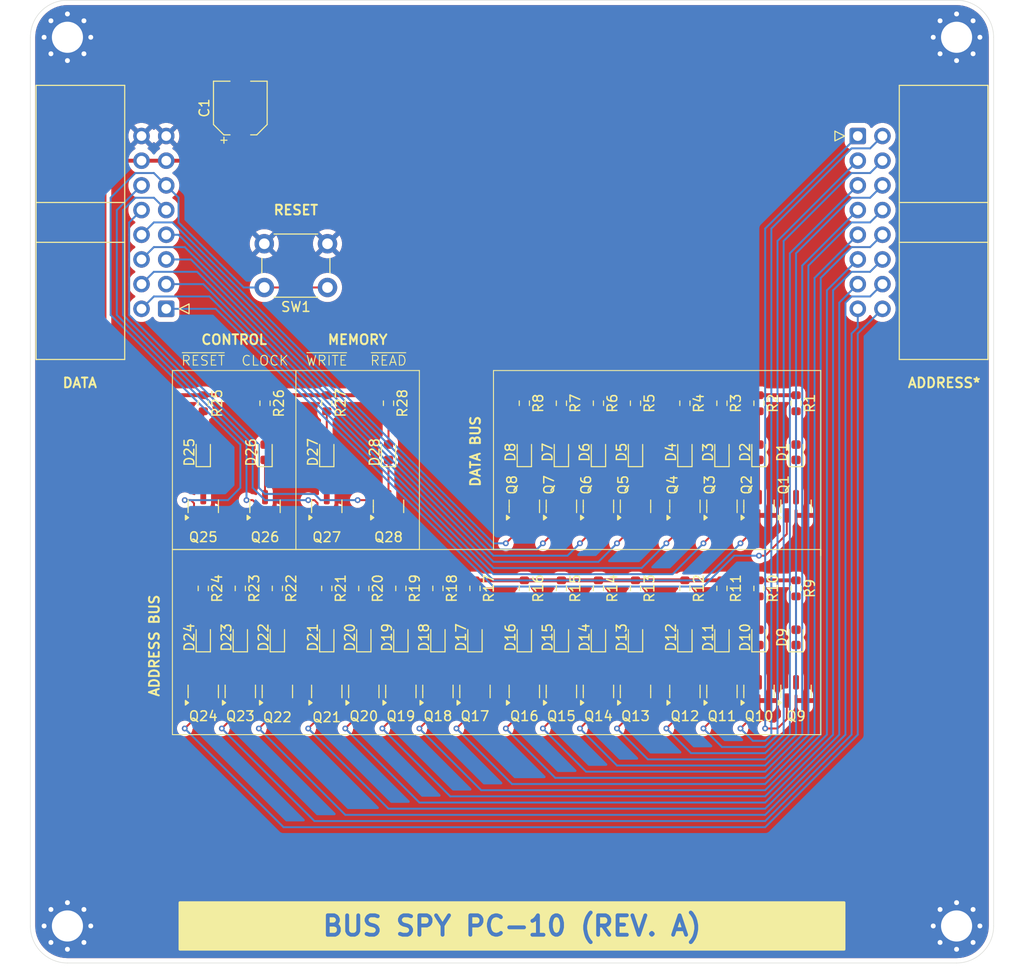
<source format=kicad_pcb>
(kicad_pcb (version 20241229) (generator "pcbnew") (generator_version "9.0")
  (title_block (title "Dual 8-Bit Register Unit") (date "2025-02-13") (rev "PC-01-A"))
  (layers (0 "F.Cu" signal) (2 "B.Cu" signal) (13 "F.Paste" user) (15 "B.Paste" user) (5 "F.SilkS" user "F.Silkscreen") (7 "B.SilkS" user "B.Silkscreen") (1 "F.Mask" user) (3 "B.Mask" user) (25 "Edge.Cuts" user))
  (net 0 "")
  (net 1 "/adr12")
  (net 2 "/adr8")
  (net 3 "/adr14")
  (net 4 "/adr13")
  (net 5 "/adr6")
  (net 6 "/adr1")
  (net 7 "/adr4")
  (net 8 "/adr10")
  (net 9 "/adr7")
  (net 10 "/adr15")
  (net 11 "/adr3")
  (net 12 "/adr5")
  (net 13 "/adr9")
  (net 14 "/adr11")
  (net 15 "/adr2")
  (net 16 "/adr0")
  (net 17 "/data3")
  (net 18 "GND")
  (net 19 "/data2")
  (net 20 "/clock")
  (net 21 "/data6")
  (net 22 "/data5")
  (net 23 "/data7")
  (net 24 "/~{mem_read}")
  (net 25 "VCC")
  (net 26 "/data4")
  (net 27 "/data0")
  (net 28 "Net-(D1-K)")
  (net 29 "/data1")
  (net 30 "/~{reset}")
  (net 31 "Net-(D1-A)")
  (net 32 "Net-(D2-A)")
  (net 33 "Net-(D2-K)")
  (net 34 "Net-(D3-A)")
  (net 35 "Net-(D3-K)")
  (net 36 "Net-(D4-A)")
  (net 37 "Net-(D4-K)")
  (net 38 "Net-(D5-K)")
  (net 39 "Net-(D5-A)")
  (net 40 "Net-(D6-A)")
  (net 41 "Net-(D6-K)")
  (net 42 "Net-(D7-K)")
  (net 43 "Net-(D7-A)")
  (net 44 "Net-(D8-K)")
  (net 45 "Net-(D8-A)")
  (net 46 "/~{mem_write}")
  (net 47 "Net-(D9-K)")
  (net 48 "Net-(D9-A)")
  (net 49 "Net-(D10-A)")
  (net 50 "Net-(D10-K)")
  (net 51 "Net-(D11-A)")
  (net 52 "Net-(D11-K)")
  (net 53 "Net-(D12-K)")
  (net 54 "Net-(D12-A)")
  (net 55 "Net-(D13-A)")
  (net 56 "Net-(D13-K)")
  (net 57 "Net-(D14-A)")
  (net 58 "Net-(D14-K)")
  (net 59 "Net-(D15-K)")
  (net 60 "Net-(D15-A)")
  (net 61 "Net-(D16-K)")
  (net 62 "Net-(D16-A)")
  (net 63 "Net-(D17-A)")
  (net 64 "Net-(D17-K)")
  (net 65 "Net-(D18-A)")
  (net 66 "Net-(D18-K)")
  (net 67 "Net-(D19-K)")
  (net 68 "Net-(D19-A)")
  (net 69 "Net-(D20-A)")
  (net 70 "Net-(D20-K)")
  (net 71 "Net-(D21-A)")
  (net 72 "Net-(D21-K)")
  (net 73 "Net-(D22-K)")
  (net 74 "Net-(D22-A)")
  (net 75 "Net-(D23-K)")
  (net 76 "Net-(D23-A)")
  (net 77 "Net-(D24-A)")
  (net 78 "Net-(D24-K)")
  (net 79 "Net-(D25-K)")
  (net 80 "Net-(D25-A)")
  (net 81 "Net-(D26-A)")
  (net 82 "Net-(D26-K)")
  (net 83 "Net-(D27-A)")
  (net 84 "Net-(D27-K)")
  (net 85 "Net-(D28-K)")
  (net 86 "Net-(D28-A)")
  (footprint "Package_TO_SOT_SMD:SOT-23" (layer "F.Cu") (at 62.23 93.98 90)
    (property "Reference" "Q23")
    (property "Value" "2N7002")
  )
  (footprint "Resistor_SMD:R_0603_1608Metric" (layer "F.Cu") (at 115.57 83.375 -90)
    (property "Reference" "R10")
    (property "Value" "R")
  )
  (footprint "Package_TO_SOT_SMD:SOT-23" (layer "F.Cu") (at 64.77 74.93 90)
    (property "Reference" "Q26")
    (property "Value" "2N7002")
  )
  (footprint "Button_Switch_THT:SW_PUSH_6mm" (layer "F.Cu") (at 71.195 52.415 180)
    (property "Reference" "SW1")
    (property "Value" "SW_Push")
  )
  (footprint "Package_TO_SOT_SMD:SOT-23" (layer "F.Cu") (at 74.93 93.98 90)
    (property "Reference" "Q20")
    (property "Value" "2N7002")
  )
  (footprint "Resistor_SMD:R_0603_1608Metric" (layer "F.Cu") (at 82.55 83.375 -90)
    (property "Reference" "R18")
    (property "Value" "R")
  )
  (footprint "Resistor_SMD:R_0603_1608Metric" (layer "F.Cu") (at 111.76 83.375 -90)
    (property "Reference" "R11")
    (property "Value" "R")
  )
  (footprint "Capacitor_SMD:CP_Elec_5x5.3" (layer "F.Cu") (at 62.23 33.95 90)
    (property "Reference" "C1")
    (property "Value" "C_Polarized")
  )
  (footprint "Connector_IDC:IDC-Header_2x08_P2.54mm_Horizontal" (layer "F.Cu") (at 54.61 54.61 180)
    (property "Reference" "DATA_BUS1" (hide yes))
    (property "Value" "Conn_01x16")
  )
  (footprint "LED_SMD:LED_0603_1608Metric" (layer "F.Cu") (at 71.12 69.3675 90)
    (property "Reference" "D27")
    (property "Value" "LED")
  )
  (footprint "LED_SMD:LED_0603_1608Metric" (layer "F.Cu") (at 77.47 69.3675 90)
    (property "Reference" "D28")
    (property "Value" "LED")
  )
  (footprint "LED_SMD:LED_0603_1608Metric" (layer "F.Cu") (at 119.38 88.4175 90)
    (property "Reference" "D9")
    (property "Value" "LED")
  )
  (footprint "LED_SMD:LED_0603_1608Metric" (layer "F.Cu") (at 102.87 69.3675 90)
    (property "Reference" "D5")
    (property "Value" "LED")
  )
  (footprint "Package_TO_SOT_SMD:SOT-23" (layer "F.Cu") (at 78.74 93.98 90)
    (property "Reference" "Q19")
    (property "Value" "2N7002")
  )
  (footprint "Resistor_SMD:R_0603_1608Metric" (layer "F.Cu") (at 119.38 83.375 -90)
    (property "Reference" "R9")
    (property "Value" "R")
  )
  (footprint "Package_TO_SOT_SMD:SOT-23" (layer "F.Cu") (at 115.57 74.93 90)
    (property "Reference" "Q2")
    (property "Value" "2N7002")
  )
  (footprint "Package_TO_SOT_SMD:SOT-23" (layer "F.Cu") (at 119.38 74.93 90)
    (property "Reference" "Q1")
    (property "Value" "2N7002")
  )
  (footprint "Resistor_SMD:R_0603_1608Metric" (layer "F.Cu") (at 91.44 64.325 -90)
    (property "Reference" "R8")
    (property "Value" "R")
  )
  (footprint "Resistor_SMD:R_0603_1608Metric" (layer "F.Cu") (at 78.74 83.375 -90)
    (property "Reference" "R19")
    (property "Value" "R")
  )
  (footprint "LED_SMD:LED_0603_1608Metric" (layer "F.Cu") (at 111.76 69.3675 90)
    (property "Reference" "D3")
    (property "Value" "LED")
  )
  (footprint "Resistor_SMD:R_0603_1608Metric" (layer "F.Cu") (at 107.95 64.325 -90)
    (property "Reference" "R4")
    (property "Value" "R")
  )
  (footprint "Package_TO_SOT_SMD:SOT-23" (layer "F.Cu") (at 95.25 74.93 90)
    (property "Reference" "Q7")
    (property "Value" "2N7002")
  )
  (footprint "Package_TO_SOT_SMD:SOT-23" (layer "F.Cu") (at 102.87 93.98 90)
    (property "Reference" "Q13")
    (property "Value" "2N7002")
  )
  (footprint "Resistor_SMD:R_0603_1608Metric" (layer "F.Cu") (at 71.12 83.375 -90)
    (property "Reference" "R21")
    (property "Value" "R")
  )
  (footprint "Resistor_SMD:R_0603_1608Metric" (layer "F.Cu") (at 64.77 64.325 -90)
    (property "Reference" "R26")
    (property "Value" "R")
  )
  (footprint "Package_TO_SOT_SMD:SOT-23" (layer "F.Cu") (at 71.12 74.93 90)
    (property "Reference" "Q27")
    (property "Value" "2N7002")
  )
  (footprint "LED_SMD:LED_0603_1608Metric" (layer "F.Cu") (at 107.95 69.3675 90)
    (property "Reference" "D4")
    (property "Value" "LED")
  )
  (footprint "Package_TO_SOT_SMD:SOT-23" (layer "F.Cu") (at 111.76 74.93 90)
    (property "Reference" "Q3")
    (property "Value" "2N7002")
  )
  (footprint "LED_SMD:LED_0603_1608Metric" (layer "F.Cu") (at 71.12 88.4175 90)
    (property "Reference" "D21")
    (property "Value" "LED")
  )
  (footprint "LED_SMD:LED_0603_1608Metric" (layer "F.Cu") (at 99.06 69.3675 90)
    (property "Reference" "D6")
    (property "Value" "LED")
  )
  (footprint "Resistor_SMD:R_0603_1608Metric" (layer "F.Cu") (at 99.06 83.375 -90)
    (property "Reference" "R14")
    (property "Value" "R")
  )
  (footprint "LED_SMD:LED_0603_1608Metric" (layer "F.Cu") (at 91.44 69.3675 90)
    (property "Reference" "D8")
    (property "Value" "LED")
  )
  (footprint "LED_SMD:LED_0603_1608Metric" (layer "F.Cu") (at 95.25 69.3675 90)
    (property "Reference" "D7")
    (property "Value" "LED")
  )
  (footprint "Package_TO_SOT_SMD:SOT-23" (layer "F.Cu") (at 107.95 93.98 90)
    (property "Reference" "Q12")
    (property "Value" "2N7002")
  )
  (footprint "MountingHole:MountingHole_3.2mm_M3_Pad_Via" (layer "F.Cu") (at 135.89 118.11)
    (property "Reference" "H3" (hide yes))
    (property "Value" "MountingHole_Pad")
  )
  (footprint "Package_TO_SOT_SMD:SOT-23" (layer "F.Cu") (at 82.55 93.98 90)
    (property "Reference" "Q18")
    (property "Value" "2N7002")
  )
  (footprint "LED_SMD:LED_0603_1608Metric" (layer "F.Cu") (at 91.44 88.4175 90)
    (property "Reference" "D16")
    (property "Value" "LED")
  )
  (footprint "Resistor_SMD:R_0603_1608Metric" (layer "F.Cu") (at 115.57 64.325 -90)
    (property "Reference" "R2")
    (property "Value" "R")
  )
  (footprint "Package_TO_SOT_SMD:SOT-23" (layer "F.Cu") (at 66.04 93.98 90)
    (property "Reference" "Q22")
    (property "Value" "2N7002")
  )
  (footprint "LED_SMD:LED_0603_1608Metric" (layer "F.Cu") (at 74.93 88.4175 90)
    (property "Reference" "D20")
    (property "Value" "LED")
  )
  (footprint "Resistor_SMD:R_0603_1608Metric" (layer "F.Cu") (at 62.23 83.375 -90)
    (property "Reference" "R23")
    (property "Value" "R")
  )
  (footprint "Package_TO_SOT_SMD:SOT-23" (layer "F.Cu") (at 91.44 93.98 90)
    (property "Reference" "Q16")
    (property "Value" "2N7002")
  )
  (footprint "Package_TO_SOT_SMD:SOT-23" (layer "F.Cu") (at 107.95 74.93 90)
    (property "Reference" "Q4")
    (property "Value" "2N7002")
  )
  (footprint "Resistor_SMD:R_0603_1608Metric" (layer "F.Cu") (at 86.36 83.375 -90)
    (property "Reference" "R17")
    (property "Value" "R")
  )
  (footprint "Resistor_SMD:R_0603_1608Metric" (layer "F.Cu") (at 74.93 83.375 -90)
    (property "Reference" "R20")
    (property "Value" "R")
  )
  (footprint "Resistor_SMD:R_0603_1608Metric" (layer "F.Cu") (at 77.47 64.325 -90)
    (property "Reference" "R28")
    (property "Value" "R")
  )
  (footprint "LED_SMD:LED_0603_1608Metric" (layer "F.Cu") (at 62.23 88.4175 90)
    (property "Reference" "D23")
    (property "Value" "LED")
  )
  (footprint "LED_SMD:LED_0603_1608Metric" (layer "F.Cu") (at 102.87 88.4175 90)
    (property "Reference" "D13")
    (property "Value" "LED")
  )
  (footprint "LED_SMD:LED_0603_1608Metric" (layer "F.Cu") (at 78.74 88.4175 90)
    (property "Reference" "D19")
    (property "Value" "LED")
  )
  (footprint "Package_TO_SOT_SMD:SOT-23" (layer "F.Cu") (at 71.12 93.98 90)
    (property "Reference" "Q21")
    (property "Value" "2N7002")
  )
  (footprint "LED_SMD:LED_0603_1608Metric" (layer "F.Cu") (at 107.95 88.4175 90)
    (property "Reference" "D12")
    (property "Value" "LED")
  )
  (footprint "LED_SMD:LED_0603_1608Metric" (layer "F.Cu") (at 58.42 88.4175 90)
    (property "Reference" "D24")
    (property "Value" "LED")
  )
  (footprint "LED_SMD:LED_0603_1608Metric" (layer "F.Cu") (at 64.77 69.3675 90)
    (property "Reference" "D26")
    (property "Value" "LED")
  )
  (footprint "Package_TO_SOT_SMD:SOT-23" (layer "F.Cu") (at 77.47 74.93 90)
    (property "Reference" "Q28")
    (property "Value" "2N7002")
  )
  (footprint "LED_SMD:LED_0603_1608Metric" (layer "F.Cu") (at 99.06 88.4175 90)
    (property "Reference" "D14")
    (property "Value" "LED")
  )
  (footprint "LED_SMD:LED_0603_1608Metric" (layer "F.Cu") (at 58.42 69.3675 90)
    (property "Reference" "D25")
    (property "Value" "LED")
  )
  (footprint "Connector_IDC:IDC-Header_2x08_P2.54mm_Horizontal" (layer "F.Cu") (at 125.73 36.83)
    (property "Reference" "ADDRESS_BUS1" (hide yes))
    (property "Value" "Conn_01x16")
  )
  (footprint "LED_SMD:LED_0603_1608Metric" (layer "F.Cu") (at 111.76 88.4175 90)
    (property "Reference" "D11")
    (property "Value" "LED")
  )
  (footprint "LED_SMD:LED_0603_1608Metric" (layer "F.Cu") (at 119.38 69.3675 90)
    (property "Reference" "D1")
    (property "Value" "LED")
  )
  (footprint "Package_TO_SOT_SMD:SOT-23" (layer "F.Cu") (at 119.38 93.98 90)
    (property "Reference" "Q9")
    (property "Value" "2N7002")
  )
  (footprint "LED_SMD:LED_0603_1608Metric" (layer "F.Cu") (at 115.57 69.3675 90)
    (property "Reference" "D2")
    (property "Value" "LED")
  )
  (footprint "Package_TO_SOT_SMD:SOT-23" (layer "F.Cu") (at 58.42 93.98 90)
    (property "Reference" "Q24")
    (property "Value" "2N7002")
  )
  (footprint "MountingHole:MountingHole_3.2mm_M3_Pad_Via" (layer "F.Cu") (at 44.45 26.67)
    (property "Reference" "H1" (hide yes))
    (property "Value" "MountingHole_Pad")
  )
  (footprint "Resistor_SMD:R_0603_1608Metric" (layer "F.Cu") (at 91.44 83.375 -90)
    (property "Reference" "R16")
    (property "Value" "R")
  )
  (footprint "Resistor_SMD:R_0603_1608Metric" (layer "F.Cu") (at 107.95 83.375 -90)
    (property "Reference" "R12")
    (property "Value" "R")
  )
  (footprint "LED_SMD:LED_0603_1608Metric" (layer "F.Cu") (at 115.57 88.4175 90)
    (property "Reference" "D10")
    (property "Value" "LED")
  )
  (footprint "Resistor_SMD:R_0603_1608Metric" (layer "F.Cu") (at 102.87 83.375 -90)
    (property "Reference" "R13")
    (property "Value" "R")
  )
  (footprint "LED_SMD:LED_0603_1608Metric" (layer "F.Cu") (at 82.55 88.4175 90)
    (property "Reference" "D18")
    (property "Value" "LED")
  )
  (footprint "Resistor_SMD:R_0603_1608Metric" (layer "F.Cu") (at 95.25 64.325 -90)
    (property "Reference" "R7")
    (property "Value" "R")
  )
  (footprint "Package_TO_SOT_SMD:SOT-23" (layer "F.Cu") (at 102.87 74.93 90)
    (property "Reference" "Q5")
    (property "Value" "2N7002")
  )
  (footprint "LED_SMD:LED_0603_1608Metric" (layer "F.Cu") (at 86.36 88.4175 90)
    (property "Reference" "D17")
    (property "Value" "LED")
  )
  (footprint "Package_TO_SOT_SMD:SOT-23" (layer "F.Cu") (at 99.06 93.98 90)
    (property "Reference" "Q14")
    (property "Value" "2N7002")
  )
  (footprint "Resistor_SMD:R_0603_1608Metric" (layer "F.Cu") (at 58.42 83.375 -90)
    (property "Reference" "R24")
    (property "Value" "R")
  )
  (footprint "Resistor_SMD:R_0603_1608Metric" (layer "F.Cu") (at 58.42 64.325 -90)
    (property "Reference" "R25")
    (property "Value" "R")
  )
  (footprint "MountingHole:MountingHole_3.2mm_M3_Pad_Via" (layer "F.Cu") (at 135.89 26.67)
    (property "Reference" "H2" (hide yes))
    (property "Value" "MountingHole_Pad")
  )
  (footprint "Package_TO_SOT_SMD:SOT-23" (layer "F.Cu") (at 58.42 74.93 90)
    (property "Reference" "Q25")
    (property "Value" "2N7002")
  )
  (footprint "Package_TO_SOT_SMD:SOT-23" (layer "F.Cu") (at 111.76 93.98 90)
    (property "Reference" "Q11")
    (property "Value" "2N7002")
  )
  (footprint "Resistor_SMD:R_0603_1608Metric" (layer "F.Cu") (at 95.25 83.375 -90)
    (property "Reference" "R15")
    (property "Value" "R")
  )
  (footprint "Resistor_SMD:R_0603_1608Metric" (layer "F.Cu") (at 102.87 64.325 -90)
    (property "Reference" "R5")
    (property "Value" "R")
  )
  (footprint "Package_TO_SOT_SMD:SOT-23" (layer "F.Cu") (at 99.06 74.93 90)
    (property "Reference" "Q6")
    (property "Value" "2N7002")
  )
  (footprint "MountingHole:MountingHole_3.2mm_M3_Pad_Via" (layer "F.Cu") (at 44.45 118.11)
    (property "Reference" "H4" (hide yes))
    (property "Value" "MountingHole_Pad")
  )
  (footprint "LED_SMD:LED_0603_1608Metric" (layer "F.Cu") (at 66.04 88.4175 90)
    (property "Reference" "D22")
    (property "Value" "LED")
  )
  (footprint "Package_TO_SOT_SMD:SOT-23" (layer "F.Cu") (at 91.44 74.93 90)
    (property "Reference" "Q8")
    (property "Value" "2N7002")
  )
  (footprint "Resistor_SMD:R_0603_1608Metric" (layer "F.Cu") (at 99.06 64.325 -90)
    (property "Reference" "R6")
    (property "Value" "R")
  )
  (footprint "LED_SMD:LED_0603_1608Metric" (layer "F.Cu") (at 95.25 88.4175 90)
    (property "Reference" "D15")
    (property "Value" "LED")
  )
  (footprint "Resistor_SMD:R_0603_1608Metric" (layer "F.Cu") (at 111.76 64.325 -90)
    (property "Reference" "R3")
    (property "Value" "R")
  )
  (footprint "Resistor_SMD:R_0603_1608Metric" (layer "F.Cu") (at 119.38 64.325 -90)
    (property "Reference" "R1")
    (property "Value" "R")
  )
  (footprint "Package_TO_SOT_SMD:SOT-23" (layer "F.Cu") (at 95.25 93.98 90)
    (property "Reference" "Q15")
    (property "Value" "2N7002")
  )
  (footprint "Package_TO_SOT_SMD:SOT-23" (layer "F.Cu") (at 115.57 93.98 90)
    (property "Reference" "Q10")
    (property "Value" "2N7002")
  )
  (footprint "Resistor_SMD:R_0603_1608Metric" (layer "F.Cu") (at 66.04 83.375 -90)
    (property "Reference" "R22")
    (property "Value" "R")
  )
  (footprint "Resistor_SMD:R_0603_1608Metric" (layer "F.Cu") (at 71.12 64.325 -90)
    (property "Reference" "R27")
    (property "Value" "R")
  )
  (footprint "Package_TO_SOT_SMD:SOT-23" (layer "F.Cu") (at 86.36 93.98 90)
    (property "Reference" "Q17")
    (property "Value" "2N7002")
  )
  (gr_line (start 88.265 60.96) (end 88.265 79.375) (stroke (width 0.1)) (layer "F.SilkS"))
  (gr_line (start 80.645 60.96) (end 55.245 60.96) (stroke (width 0.1)) (layer "F.SilkS"))
  (gr_line (start 55.245 79.375) (end 55.245 60.96) (stroke (width 0.1)) (layer "F.SilkS"))
  (gr_line (start 67.945 79.375) (end 80.645 79.375) (stroke (width 0.1)) (layer "F.SilkS"))
  (gr_line (start 80.645 79.375) (end 80.645 60.96) (stroke (width 0.1)) (layer "F.SilkS"))
  (gr_line (start 67.945 60.96) (end 67.945 79.375) (stroke (width 0.1)) (layer "F.SilkS"))
  (gr_line (start 67.945 79.375) (end 55.245 79.375) (stroke (width 0.1)) (layer "F.SilkS"))
  (gr_line (start 121.92 60.96) (end 88.265 60.96) (stroke (width 0.1)) (layer "F.SilkS"))
  (gr_line (start 121.92 79.375) (end 55.245 79.375) (stroke (width 0.1)) (layer "F.SilkS"))
  (gr_line (start 55.245 98.425) (end 121.92 98.425) (stroke (width 0.1)) (layer "F.SilkS"))
  (gr_line (start 121.92 79.375) (end 121.92 98.425) (stroke (width 0.1)) (layer "F.SilkS"))
  (gr_line (start 55.245 79.375) (end 55.245 98.425) (stroke (width 0.1)) (layer "F.SilkS"))
  (gr_line (start 121.92 60.96) (end 121.92 80.01) (stroke (width 0.1)) (layer "F.SilkS"))
  (gr_line (start 139.7 26.67) (end 139.7 118.11) (stroke (width 0.05)) (layer "Edge.Cuts"))
  (gr_arc (start 135.89 22.86) (mid 138.584077 23.975923) (end 139.7 26.67) (stroke (width 0.05)) (layer "Edge.Cuts"))
  (gr_line (start 40.64 118.11) (end 40.64 26.67) (stroke (width 0.05)) (layer "Edge.Cuts"))
  (gr_line (start 44.45 22.86) (end 135.89 22.86) (stroke (width 0.05)) (layer "Edge.Cuts"))
  (gr_line (start 135.89 121.92) (end 44.45 121.92) (stroke (width 0.05)) (layer "Edge.Cuts"))
  (gr_arc (start 44.45 121.92) (mid 41.755923 120.804077) (end 40.64 118.11) (stroke (width 0.05)) (layer "Edge.Cuts"))
  (gr_arc (start 139.7 118.11) (mid 138.584077 120.804077) (end 135.89 121.92) (stroke (width 0.05)) (layer "Edge.Cuts"))
  (gr_arc (start 40.64 26.67) (mid 41.755923 23.975923) (end 44.45 22.86) (stroke (width 0.05)) (layer "Edge.Cuts"))
  (gr_text "DATA" (at 45.72 62.23 0) (layer "F.SilkS") (effects (font (size 1 1) (thickness 0.2) (bold yes))))
  (gr_text "~{RESET}" (at 58.42 59.944 0) (layer "F.SilkS") (effects (font (size 1 1) (thickness 0.1))))
  (gr_text "ADDRESS*" (at 134.62 62.23 0) (layer "F.SilkS") (effects (font (size 1 1) (thickness 0.2) (bold yes))))
  (gr_text "CONTROL" (at 61.595 57.785 0) (layer "F.SilkS") (effects (font (size 1 1) (thickness 0.2) (bold yes))))
  (gr_text "CLOCK" (at 64.77 59.944 0) (layer "F.SilkS") (effects (font (size 1 1) (thickness 0.1))))
  (gr_text "~{READ}" (at 77.47 59.944 0) (layer "F.SilkS") (effects (font (size 1 1) (thickness 0.1))))
  (gr_text "MEMORY" (at 74.295 57.785 0) (layer "F.SilkS") (effects (font (size 1 1) (thickness 0.2) (bold yes))))
  (gr_text "RESET" (at 67.945 44.45 0) (layer "F.SilkS") (effects (font (size 1 1) (thickness 0.2) (bold yes))))
  (gr_text "~{WRITE}" (at 71.12 59.944 0) (layer "F.SilkS") (effects (font (size 1 1) (thickness 0.1))))
  (gr_text "DATA BUS" (at 86.995 73.025 90) (layer "F.SilkS") (effects (font (size 1 1) (thickness 0.2) (bold yes)) (justify left bottom)))
  (gr_text "ADDRESS BUS" (at 53.975 94.615 90) (layer "F.SilkS") (effects (font (size 1 1) (thickness 0.2) (bold yes)) (justify left bottom)))
  (gr_text "BUS SPY PC-10 (REV. A)" (at 90.17 118.11 0) (layer "F.SilkS" knockout) (effects (font (size 2 2) (thickness 0.4) (bold yes))))
  (segment (start 69.215 97.79) (end 70.17 96.835) (width 0.2) (layer "F.Cu") (net 1))
  (segment (start 70.17 96.835) (end 70.17 94.9175) (width 0.2) (layer "F.Cu") (net 1))
  (via (at 69.215 97.79) (size 0.6) (drill 0.3) (layers "F.Cu" "B.Cu") (net 1))
  (segment (start 123.825 98.425) (end 123.825 53.975) (width 0.2) (layer "B.Cu") (net 1))
  (segment (start 69.215 97.79) (end 77.47 106.045) (width 0.2) (layer "B.Cu") (net 1))
  (segment (start 77.47 106.045) (end 116.205 106.045) (width 0.2) (layer "B.Cu") (net 1))
  (segment (start 116.205 106.045) (end 123.825 98.425) (width 0.2) (layer "B.Cu") (net 1))
  (segment (start 123.825 53.975) (end 125.73 52.07) (width 0.2) (layer "B.Cu") (net 1))
  (segment (start 84.455 97.79) (end 85.41 96.835) (width 0.2) (layer "F.Cu") (net 2))
  (segment (start 85.41 96.835) (end 85.41 94.9175) (width 0.2) (layer "F.Cu") (net 2))
  (via (at 84.455 97.79) (size 0.6) (drill 0.3) (layers "F.Cu" "B.Cu") (net 2))
  (segment (start 121.285 98.425) (end 121.285 51.435) (width 0.2) (layer "B.Cu") (net 2))
  (segment (start 116.205 103.505) (end 121.285 98.425) (width 0.2) (layer "B.Cu") (net 2))
  (segment (start 121.285 51.435) (end 125.73 46.99) (width 0.2) (layer "B.Cu") (net 2))
  (segment (start 84.455 97.79) (end 90.17 103.505) (width 0.2) (layer "B.Cu") (net 2))
  (segment (start 90.17 103.505) (end 116.205 103.505) (width 0.2) (layer "B.Cu") (net 2))
  (segment (start 61.28 96.835) (end 61.28 94.9175) (width 0.2) (layer "F.Cu") (net 3))
  (segment (start 60.325 97.79) (end 61.28 96.835) (width 0.2) (layer "F.Cu") (net 3))
  (via (at 60.325 97.79) (size 0.6) (drill 0.3) (layers "F.Cu" "B.Cu") (net 3))
  (segment (start 125.095 98.425) (end 116.205 107.315) (width 0.2) (layer "B.Cu") (net 3))
  (segment (start 125.73 56.515) (end 125.095 57.15) (width 0.2) (layer "B.Cu") (net 3))
  (segment (start 116.205 107.315) (end 69.85 107.315) (width 0.2) (layer "B.Cu") (net 3))
  (segment (start 69.85 107.315) (end 60.325 97.79) (width 0.2) (layer "B.Cu") (net 3))
  (segment (start 125.73 54.61) (end 125.73 56.515) (width 0.2) (layer "B.Cu") (net 3))
  (segment (start 125.095 57.15) (end 125.095 98.425) (width 0.2) (layer "B.Cu") (net 3))
  (segment (start 64.135 97.79) (end 65.09 96.835) (width 0.2) (layer "F.Cu") (net 4))
  (segment (start 65.09 96.835) (end 65.09 94.9175) (width 0.2) (layer "F.Cu") (net 4))
  (via (at 64.135 97.79) (size 0.6) (drill 0.3) (layers "F.Cu" "B.Cu") (net 4))
  (segment (start 127 53.34) (end 128.27 52.07) (width 0.2) (layer "B.Cu") (net 4))
  (segment (start 124.46 98.425) (end 124.46 53.975) (width 0.2) (layer "B.Cu") (net 4))
  (segment (start 124.46 53.975) (end 125.095 53.34) (width 0.2) (layer "B.Cu") (net 4))
  (segment (start 73.025 106.68) (end 116.205 106.68) (width 0.2) (layer "B.Cu") (net 4))
  (segment (start 64.135 97.79) (end 73.025 106.68) (width 0.2) (layer "B.Cu") (net 4))
  (segment (start 116.205 106.68) (end 124.46 98.425) (width 0.2) (layer "B.Cu") (net 4))
  (segment (start 125.095 53.34) (end 127 53.34) (width 0.2) (layer "B.Cu") (net 4))
  (segment (start 94.3 96.835) (end 94.3 94.9175) (width 0.2) (layer "F.Cu") (net 5))
  (segment (start 93.345 97.79) (end 94.3 96.835) (width 0.2) (layer "F.Cu") (net 5))
  (via (at 93.345 97.79) (size 0.6) (drill 0.3) (layers "F.Cu" "B.Cu") (net 5))
  (segment (start 116.205 102.235) (end 120.015 98.425) (width 0.2) (layer "B.Cu") (net 5))
  (segment (start 120.015 50.165) (end 125.73 44.45) (width 0.2) (layer "B.Cu") (net 5))
  (segment (start 93.345 97.79) (end 97.79 102.235) (width 0.2) (layer "B.Cu") (net 5))
  (segment (start 120.015 98.425) (end 120.015 50.165) (width 0.2) (layer "B.Cu") (net 5))
  (segment (start 97.79 102.235) (end 116.205 102.235) (width 0.2) (layer "B.Cu") (net 5))
  (segment (start 114.62 96.835) (end 114.62 94.9175) (width 0.2) (layer "F.Cu") (net 6))
  (segment (start 113.665 97.79) (end 114.62 96.835) (width 0.2) (layer "F.Cu") (net 6))
  (via (at 113.665 97.79) (size 0.6) (drill 0.3) (layers "F.Cu" "B.Cu") (net 6))
  (segment (start 116.84 46.355) (end 125.095 38.1) (width 0.2) (layer "B.Cu") (net 6))
  (segment (start 116.205 99.06) (end 114.935 99.06) (width 0.2) (layer "B.Cu") (net 6))
  (segment (start 127 38.1) (end 128.27 36.83) (width 0.2) (layer "B.Cu") (net 6))
  (segment (start 116.84 98.425) (end 116.205 99.06) (width 0.2) (layer "B.Cu") (net 6))
  (segment (start 116.84 98.425) (end 116.84 46.355) (width 0.2) (layer "B.Cu") (net 6))
  (segment (start 113.665 97.79) (end 114.935 99.06) (width 0.2) (layer "B.Cu") (net 6))
  (segment (start 125.095 38.1) (end 127 38.1) (width 0.2) (layer "B.Cu") (net 6))
  (segment (start 101.92 96.835) (end 101.92 94.9175) (width 0.2) (layer "F.Cu") (net 7))
  (segment (start 100.965 97.79) (end 101.92 96.835) (width 0.2) (layer "F.Cu") (net 7))
  (via (at 100.965 97.79) (size 0.6) (drill 0.3) (layers "F.Cu" "B.Cu") (net 7))
  (segment (start 116.205 100.965) (end 118.745 98.425) (width 0.2) (layer "B.Cu") (net 7))
  (segment (start 118.745 48.895) (end 125.73 41.91) (width 0.2) (layer "B.Cu") (net 7))
  (segment (start 104.14 100.965) (end 116.205 100.965) (width 0.2) (layer "B.Cu") (net 7))
  (segment (start 100.965 97.79) (end 104.14 100.965) (width 0.2) (layer "B.Cu") (net 7))
  (segment (start 118.745 98.425) (end 118.745 48.895) (width 0.2) (layer "B.Cu") (net 7))
  (segment (start 76.835 97.79) (end 77.79 96.835) (width 0.2) (layer "F.Cu") (net 8))
  (segment (start 77.79 96.835) (end 77.79 94.9175) (width 0.2) (layer "F.Cu") (net 8))
  (via (at 76.835 97.79) (size 0.6) (drill 0.3) (layers "F.Cu" "B.Cu") (net 8))
  (segment (start 122.555 98.425) (end 116.205 104.775) (width 0.2) (layer "B.Cu") (net 8))
  (segment (start 125.73 49.53) (end 122.555 52.705) (width 0.2) (layer "B.Cu") (net 8))
  (segment (start 83.82 104.775) (end 76.835 97.79) (width 0.2) (layer "B.Cu") (net 8))
  (segment (start 116.205 104.775) (end 83.82 104.775) (width 0.2) (layer "B.Cu") (net 8))
  (segment (start 122.555 52.705) (end 122.555 98.425) (width 0.2) (layer "B.Cu") (net 8))
  (segment (start 90.49 96.835) (end 90.49 94.9175) (width 0.2) (layer "F.Cu") (net 9))
  (segment (start 89.535 97.79) (end 90.49 96.835) (width 0.2) (layer "F.Cu") (net 9))
  (via (at 89.535 97.79) (size 0.6) (drill 0.3) (layers "F.Cu" "B.Cu") (net 9))
  (segment (start 125.095 45.72) (end 127 45.72) (width 0.2) (layer "B.Cu") (net 9))
  (segment (start 120.65 98.425) (end 120.65 50.165) (width 0.2) (layer "B.Cu") (net 9))
  (segment (start 94.615 102.87) (end 116.205 102.87) (width 0.2) (layer "B.Cu") (net 9))
  (segment (start 116.205 102.87) (end 120.65 98.425) (width 0.2) (layer "B.Cu") (net 9))
  (segment (start 127 45.72) (end 128.27 44.45) (width 0.2) (layer "B.Cu") (net 9))
  (segment (start 89.535 97.79) (end 94.615 102.87) (width 0.2) (layer "B.Cu") (net 9))
  (segment (start 120.65 50.165) (end 125.095 45.72) (width 0.2) (layer "B.Cu") (net 9))
  (segment (start 56.515 97.79) (end 57.47 96.835) (width 0.2) (layer "F.Cu") (net 10))
  (segment (start 57.47 96.835) (end 57.47 94.9175) (width 0.2) (layer "F.Cu") (net 10))
  (via (at 56.515 97.79) (size 0.6) (drill 0.3) (layers "F.Cu" "B.Cu") (net 10))
  (segment (start 116.205 107.95) (end 125.73 98.425) (width 0.2) (layer "B.Cu") (net 10))
  (segment (start 66.675 107.95) (end 116.205 107.95) (width 0.2) (layer "B.Cu") (net 10))
  (segment (start 125.73 57.15) (end 128.27 54.61) (width 0.2) (layer "B.Cu") (net 10))
  (segment (start 56.515 97.79) (end 66.675 107.95) (width 0.2) (layer "B.Cu") (net 10))
  (segment (start 125.73 98.425) (end 125.73 57.15) (width 0.2) (layer "B.Cu") (net 10))
  (segment (start 107 96.835) (end 107 94.9175) (width 0.2) (layer "F.Cu") (net 11))
  (segment (start 106.045 97.79) (end 107 96.835) (width 0.2) (layer "F.Cu") (net 11))
  (via (at 106.045 97.79) (size 0.6) (drill 0.3) (layers "F.Cu" "B.Cu") (net 11))
  (segment (start 118.11 47.625) (end 125.095 40.64) (width 0.2) (layer "B.Cu") (net 11))
  (segment (start 108.585 100.33) (end 116.205 100.33) (width 0.2) (layer "B.Cu") (net 11))
  (segment (start 106.045 97.79) (end 108.585 100.33) (width 0.2) (layer "B.Cu") (net 11))
  (segment (start 116.205 100.33) (end 118.11 98.425) (width 0.2) (layer "B.Cu") (net 11))
  (segment (start 118.11 98.425) (end 118.11 47.625) (width 0.2) (layer "B.Cu") (net 11))
  (segment (start 125.095 40.64) (end 127 40.64) (width 0.2) (layer "B.Cu") (net 11))
  (segment (start 127 40.64) (end 128.27 39.37) (width 0.2) (layer "B.Cu") (net 11))
  (segment (start 98.11 96.835) (end 98.11 94.9175) (width 0.2) (layer "F.Cu") (net 12))
  (segment (start 97.155 97.79) (end 98.11 96.835) (width 0.2) (layer "F.Cu") (net 12))
  (via (at 97.155 97.79) (size 0.6) (drill 0.3) (layers "F.Cu" "B.Cu") (net 12))
  (segment (start 116.205 101.6) (end 119.38 98.425) (width 0.2) (layer "B.Cu") (net 12))
  (segment (start 100.965 101.6) (end 116.205 101.6) (width 0.2) (layer "B.Cu") (net 12))
  (segment (start 119.38 48.895) (end 125.095 43.18) (width 0.2) (layer "B.Cu") (net 12))
  (segment (start 97.155 97.79) (end 100.965 101.6) (width 0.2) (layer "B.Cu") (net 12))
  (segment (start 127 43.18) (end 128.27 41.91) (width 0.2) (layer "B.Cu") (net 12))
  (segment (start 119.38 98.425) (end 119.38 48.895) (width 0.2) (layer "B.Cu") (net 12))
  (segment (start 125.095 43.18) (end 127 43.18) (width 0.2) (layer "B.Cu") (net 12))
  (segment (start 81.6 96.835) (end 81.6 94.9175) (width 0.2) (layer "F.Cu") (net 13))
  (segment (start 80.645 97.79) (end 81.6 96.835) (width 0.2) (layer "F.Cu") (net 13))
  (via (at 80.645 97.79) (size 0.6) (drill 0.3) (layers "F.Cu" "B.Cu") (net 13))
  (segment (start 116.205 104.14) (end 121.92 98.425) (width 0.2) (layer "B.Cu") (net 13))
  (segment (start 86.995 104.14) (end 116.205 104.14) (width 0.2) (layer "B.Cu") (net 13))
  (segment (start 121.92 98.425) (end 121.92 51.435) (width 0.2) (layer "B.Cu") (net 13))
  (segment (start 121.92 51.435) (end 125.095 48.26) (width 0.2) (layer "B.Cu") (net 13))
  (segment (start 80.645 97.79) (end 86.995 104.14) (width 0.2) (layer "B.Cu") (net 13))
  (segment (start 125.095 48.26) (end 127 48.26) (width 0.2) (layer "B.Cu") (net 13))
  (segment (start 127 48.26) (end 128.27 46.99) (width 0.2) (layer "B.Cu") (net 13))
  (segment (start 73.98 96.835) (end 73.98 94.9175) (width 0.2) (layer "F.Cu") (net 14))
  (segment (start 73.025 97.79) (end 73.98 96.835) (width 0.2) (layer "F.Cu") (net 14))
  (via (at 73.025 97.79) (size 0.6) (drill 0.3) (layers "F.Cu" "B.Cu") (net 14))
  (segment (start 73.025 97.79) (end 80.645 105.41) (width 0.2) (layer "B.Cu") (net 14))
  (segment (start 116.205 105.41) (end 123.19 98.425) (width 0.2) (layer "B.Cu") (net 14))
  (segment (start 123.19 52.705) (end 125.095 50.8) (width 0.2) (layer "B.Cu") (net 14))
  (segment (start 123.19 98.425) (end 123.19 52.705) (width 0.2) (layer "B.Cu") (net 14))
  (segment (start 127 50.8) (end 128.27 49.53) (width 0.2) (layer "B.Cu") (net 14))
  (segment (start 80.645 105.41) (end 116.205 105.41) (width 0.2) (layer "B.Cu") (net 14))
  (segment (start 125.095 50.8) (end 127 50.8) (width 0.2) (layer "B.Cu") (net 14))
  (segment (start 109.855 97.79) (end 110.81 96.835) (width 0.2) (layer "F.Cu") (net 15))
  (segment (start 110.81 96.835) (end 110.81 94.9175) (width 0.2) (layer "F.Cu") (net 15))
  (via (at 109.855 97.79) (size 0.6) (drill 0.3) (layers "F.Cu" "B.Cu") (net 15))
  (segment (start 116.205 99.695) (end 117.475 98.425) (width 0.2) (layer "B.Cu") (net 15))
  (segment (start 117.475 98.425) (end 117.475 47.625) (width 0.2) (layer "B.Cu") (net 15))
  (segment (start 117.475 47.625) (end 125.73 39.37) (width 0.2) (layer "B.Cu") (net 15))
  (segment (start 111.76 99.695) (end 116.205 99.695) (width 0.2) (layer "B.Cu") (net 15))
  (segment (start 109.855 97.79) (end 111.76 99.695) (width 0.2) (layer "B.Cu") (net 15))
  (segment (start 117.475 97.79) (end 118.43 96.835) (width 0.2) (layer "F.Cu") (net 16))
  (segment (start 118.43 96.835) (end 118.43 94.9175) (width 0.2) (layer "F.Cu") (net 16))
  (segment (start 116.205 97.79) (end 117.475 97.79) (width 0.2) (layer "F.Cu") (net 16))
  (via (at 116.205 97.79) (size 0.6) (drill 0.3) (layers "F.Cu" "B.Cu") (net 16))
  (segment (start 116.205 46.355) (end 125.73 36.83) (width 0.2) (layer "B.Cu") (net 16))
  (segment (start 116.205 97.79) (end 116.205 46.355) (width 0.2) (layer "B.Cu") (net 16))
  (segment (start 107 77.785) (end 107 75.8675) (width 0.2) (layer "F.Cu") (net 17))
  (segment (start 106.045 78.74) (end 107 77.785) (width 0.2) (layer "F.Cu") (net 17))
  (via (at 106.045 78.74) (size 0.6) (drill 0.3) (layers "F.Cu" "B.Cu") (net 17))
  (segment (start 53.34 50.8) (end 57.785 50.8) (width 0.2) (layer "B.Cu") (net 17))
  (segment (start 57.785 50.8) (end 88.265 81.28) (width 0.2) (layer "B.Cu") (net 17))
  (segment (start 88.265 81.28) (end 103.505 81.28) (width 0.2) (layer "B.Cu") (net 17))
  (segment (start 52.07 52.07) (end 53.34 50.8) (width 0.2) (layer "B.Cu") (net 17))
  (segment (start 103.505 81.28) (end 106.045 78.74) (width 0.2) (layer "B.Cu") (net 17))
  (segment (start 109.855 78.74) (end 110.81 77.785) (width 0.2) (layer "F.Cu") (net 19))
  (segment (start 110.81 77.785) (end 110.81 75.8675) (width 0.2) (layer "F.Cu") (net 19))
  (via (at 109.855 78.74) (size 0.6) (drill 0.3) (layers "F.Cu" "B.Cu") (net 19))
  (segment (start 58.42 52.07) (end 54.61 52.07) (width 0.2) (layer "B.Cu") (net 19))
  (segment (start 106.68 81.915) (end 88.265 81.915) (width 0.2) (layer "B.Cu") (net 19))
  (segment (start 88.265 81.915) (end 58.42 52.07) (width 0.2) (layer "B.Cu") (net 19))
  (segment (start 109.855 78.74) (end 106.68 81.915) (width 0.2) (layer "B.Cu") (net 19))
  (segment (start 63.5 74.295) (end 62.865 74.295) (width 0.2) (layer "F.Cu") (net 20))
  (segment (start 63.82 75.8675) (end 63.82 74.615) (width 0.2) (layer "F.Cu") (net 20))
  (segment (start 63.82 74.615) (end 63.5 74.295) (width 0.2) (layer "F.Cu") (net 20))
  (via (at 62.865 74.295) (size 0.6) (drill 0.3) (layers "F.Cu" "B.Cu") (net 20))
  (segment (start 62.865 74.295) (end 62.865 68.58) (width 0.2) (layer "B.Cu") (net 20))
  (segment (start 49.53 55.245) (end 49.53 44.45) (width 0.2) (layer "B.Cu") (net 20))
  (segment (start 49.53 44.45) (end 52.07 41.91) (width 0.2) (layer "B.Cu") (net 20))
  (segment (start 62.865 68.58) (end 49.53 55.245) (width 0.2) (layer "B.Cu") (net 20))
  (segment (start 94.3 77.785) (end 94.3 75.8675) (width 0.2) (layer "F.Cu") (net 21))
  (segment (start 93.345 78.74) (end 94.3 77.785) (width 0.2) (layer "F.Cu") (net 21))
  (via (at 93.345 78.74) (size 0.6) (drill 0.3) (layers "F.Cu" "B.Cu") (net 21))
  (segment (start 54.61 46.99) (end 55.88 46.99) (width 0.2) (layer "B.Cu") (net 21))
  (segment (start 93.345 78.74) (end 92.71 79.375) (width 0.2) (layer "B.Cu") (net 21))
  (segment (start 88.265 79.375) (end 55.88 46.99) (width 0.2) (layer "B.Cu") (net 21))
  (segment (start 92.71 79.375) (end 88.265 79.375) (width 0.2) (layer "B.Cu") (net 21))
  (segment (start 98.11 77.785) (end 98.11 75.8675) (width 0.2) (layer "F.Cu") (net 22))
  (segment (start 97.155 78.74) (end 98.11 77.785) (width 0.2) (layer "F.Cu") (net 22))
  (via (at 97.155 78.74) (size 0.6) (drill 0.3) (layers "F.Cu" "B.Cu") (net 22))
  (segment (start 95.885 80.01) (end 97.155 78.74) (width 0.2) (layer "B.Cu") (net 22))
  (segment (start 88.265 80.01) (end 95.885 80.01) (width 0.2) (layer "B.Cu") (net 22))
  (segment (start 52.07 49.53) (end 53.34 48.26) (width 0.2) (layer "B.Cu") (net 22))
  (segment (start 56.515 48.26) (end 88.265 80.01) (width 0.2) (layer "B.Cu") (net 22))
  (segment (start 53.34 48.26) (end 56.515 48.26) (width 0.2) (layer "B.Cu") (net 22))
  (segment (start 90.49 77.785) (end 89.535 78.74) (width 0.2) (layer "F.Cu") (net 23))
  (segment (start 90.49 75.8675) (end 90.49 77.785) (width 0.2) (layer "F.Cu") (net 23))
  (via (at 89.535 78.74) (size 0.6) (drill 0.3) (layers "F.Cu" "B.Cu") (net 23))
  (segment (start 52.07 46.99) (end 53.34 45.72) (width 0.2) (layer "B.Cu") (net 23))
  (segment (start 53.34 45.72) (end 55.245 45.72) (width 0.2) (layer "B.Cu") (net 23))
  (segment (start 55.245 45.72) (end 88.265 78.74) (width 0.2) (layer "B.Cu") (net 23))
  (segment (start 88.265 78.74) (end 89.535 78.74) (width 0.2) (layer "B.Cu") (net 23))
  (segment (start 70.17 74.615) (end 69.85 74.295) (width 0.2) (layer "F.Cu") (net 24))
  (segment (start 69.85 74.295) (end 69.215 74.295) (width 0.2) (layer "F.Cu") (net 24))
  (segment (start 70.17 75.8675) (end 70.17 74.615) (width 0.2) (layer "F.Cu") (net 24))
  (via (at 69.215 74.295) (size 0.6) (drill 0.3) (layers "F.Cu" "B.Cu") (net 24))
  (segment (start 63.5 68.58) (end 63.5 73.025) (width 0.2) (layer "B.Cu") (net 24))
  (segment (start 51.435 43.18) (end 50.165 44.45) (width 0.2) (layer "B.Cu") (net 24))
  (segment (start 63.5 73.025) (end 64.77 74.295) (width 0.2) (layer "B.Cu") (net 24))
  (segment (start 50.165 44.45) (end 50.165 55.245) (width 0.2) (layer "B.Cu") (net 24))
  (segment (start 54.61 44.45) (end 53.34 43.18) (width 0.2) (layer "B.Cu") (net 24))
  (segment (start 50.165 55.245) (end 63.5 68.58) (width 0.2) (layer "B.Cu") (net 24))
  (segment (start 64.77 74.295) (end 69.215 74.295) (width 0.2) (layer "B.Cu") (net 24))
  (segment (start 53.34 43.18) (end 51.435 43.18) (width 0.2) (layer "B.Cu") (net 24))
  (segment (start 91.44 82.55) (end 86.36 82.55) (width 0.4) (layer "F.Cu") (net 25))
  (segment (start 91.44 63.5) (end 119.38 63.5) (width 0.4) (layer "F.Cu") (net 25))
  (segment (start 48.26 81.28) (end 49.53 82.55) (width 0.4) (layer "F.Cu") (net 25))
  (segment (start 52.07 39.37) (end 49.53 39.37) (width 0.4) (layer "F.Cu") (net 25))
  (segment (start 48.26 40.64) (end 48.26 63.5) (width 0.4) (layer "F.Cu") (net 25))
  (segment (start 62.23 36.15) (end 62.23 38.1) (width 0.4) (layer "F.Cu") (net 25))
  (segment (start 86.36 82.55) (end 58.42 82.55) (width 0.4) (layer "F.Cu") (net 25))
  (segment (start 58.42 63.5) (end 91.44 63.5) (width 0.4) (layer "F.Cu") (net 25))
  (segment (start 62.23 38.1) (end 60.96 39.37) (width 0.4) (layer "F.Cu") (net 25))
  (segment (start 49.53 39.37) (end 48.26 40.64) (width 0.4) (layer "F.Cu") (net 25))
  (segment (start 60.96 39.37) (end 54.61 39.37) (width 0.4) (layer "F.Cu") (net 25))
  (segment (start 49.53 82.55) (end 58.42 82.55) (width 0.4) (layer "F.Cu") (net 25))
  (segment (start 48.26 63.5) (end 48.26 81.28) (width 0.4) (layer "F.Cu") (net 25))
  (segment (start 54.61 39.37) (end 52.07 39.37) (width 0.4) (layer "F.Cu") (net 25))
  (segment (start 91.44 82.55) (end 119.38 82.55) (width 0.4) (layer "F.Cu") (net 25))
  (segment (start 58.42 63.5) (end 48.26 63.5) (width 0.4) (layer "F.Cu") (net 25))
  (segment (start 101.92 77.785) (end 101.92 75.8675) (width 0.2) (layer "F.Cu") (net 26))
  (segment (start 100.965 78.74) (end 101.92 77.785) (width 0.2) (layer "F.Cu") (net 26))
  (via (at 100.965 78.74) (size 0.6) (drill 0.3) (layers "F.Cu" "B.Cu") (net 26))
  (segment (start 88.265 80.645) (end 57.15 49.53) (width 0.2) (layer "B.Cu") (net 26))
  (segment (start 99.06 80.645) (end 88.265 80.645) (width 0.2) (layer "B.Cu") (net 26))
  (segment (start 57.15 49.53) (end 54.61 49.53) (width 0.2) (layer "B.Cu") (net 26))
  (segment (start 100.965 78.74) (end 99.06 80.645) (width 0.2) (layer "B.Cu") (net 26))
  (segment (start 116.205 80.01) (end 118.43 77.785) (width 0.2) (layer "F.Cu") (net 27))
  (segment (start 116.205 80.01) (end 115.57 80.01) (width 0.2) (layer "F.Cu") (net 27))
  (segment (start 118.43 77.785) (end 118.43 75.8675) (width 0.2) (layer "F.Cu") (net 27))
  (via (at 115.57 80.01) (size 0.6) (drill 0.3) (layers "F.Cu" "B.Cu") (net 27))
  (segment (start 115.57 80.01) (end 113.03 80.01) (width 0.2) (layer "B.Cu") (net 27))
  (segment (start 88.265 83.185) (end 59.69 54.61) (width 0.2) (layer "B.Cu") (net 27))
  (segment (start 59.69 54.61) (end 54.61 54.61) (width 0.2) (layer "B.Cu") (net 27))
  (segment (start 109.855 83.185) (end 88.265 83.185) (width 0.2) (layer "B.Cu") (net 27))
  (segment (start 113.03 80.01) (end 109.855 83.185) (width 0.2) (layer "B.Cu") (net 27))
  (segment (start 119.38 74.04) (end 119.38 70.23) (width 0.2) (layer "F.Cu") (net 28))
  (segment (start 114.62 77.785) (end 114.62 75.8675) (width 0.2) (layer "F.Cu") (net 29))
  (segment (start 113.665 78.74) (end 114.62 77.785) (width 0.2) (layer "F.Cu") (net 29))
  (via (at 113.665 78.74) (size 0.6) (drill 0.3) (layers "F.Cu" "B.Cu") (net 29))
  (segment (start 59.055 53.34) (end 88.265 82.55) (width 0.2) (layer "B.Cu") (net 29))
  (segment (start 52.07 54.61) (end 53.34 53.34) (width 0.2) (layer "B.Cu") (net 29))
  (segment (start 109.855 82.55) (end 113.665 78.74) (width 0.2) (layer "B.Cu") (net 29))
  (segment (start 88.265 82.55) (end 109.855 82.55) (width 0.2) (layer "B.Cu") (net 29))
  (segment (start 53.34 53.34) (end 59.055 53.34) (width 0.2) (layer "B.Cu") (net 29))
  (segment (start 57.47 74.615) (end 57.15 74.295) (width 0.2) (layer "F.Cu") (net 30))
  (segment (start 57.47 75.8675) (end 57.47 74.615) (width 0.2) (layer "F.Cu") (net 30))
  (segment (start 57.15 74.295) (end 56.515 74.295) (width 0.2) (layer "F.Cu") (net 30))
  (segment (start 71.195 52.415) (end 64.695 52.415) (width 0.2) (layer "F.Cu") (net 30))
  (via (at 56.515 74.295) (size 0.6) (drill 0.3) (layers "F.Cu" "B.Cu") (net 30))
  (segment (start 62.23 73.025) (end 60.96 74.295) (width 0.2) (layer "B.Cu") (net 30))
  (segment (start 54.61 41.91) (end 55.88 43.18) (width 0.2) (layer "B.Cu") (net 30))
  (segment (start 55.88 43.18) (end 55.88 45.72) (width 0.2) (layer "B.Cu") (net 30))
  (segment (start 48.895 55.245) (end 62.23 68.58) (width 0.2) (layer "B.Cu") (net 30))
  (segment (start 60.96 74.295) (end 56.515 74.295) (width 0.2) (layer "B.Cu") (net 30))
  (segment (start 55.88 45.72) (end 61.595 51.435) (width 0.2) (layer "B.Cu") (net 30))
  (segment (start 48.895 43.18) (end 48.895 55.245) (width 0.2) (layer "B.Cu") (net 30))
  (segment (start 54.61 41.91) (end 53.34 40.64) (width 0.2) (layer "B.Cu") (net 30))
  (segment (start 62.23 68.58) (end 62.23 73.025) (width 0.2) (layer "B.Cu") (net 30))
  (segment (start 53.34 40.64) (end 51.435 40.64) (width 0.2) (layer "B.Cu") (net 30))
  (segment (start 62.575 52.415) (end 61.595 51.435) (width 0.2) (layer "B.Cu") (net 30))
  (segment (start 64.695 52.415) (end 62.575 52.415) (width 0.2) (layer "B.Cu") (net 30))
  (segment (start 51.435 40.64) (end 48.895 43.18) (width 0.2) (layer "B.Cu") (net 30))
  (segment (start 119.38 65.15) (end 119.38 68.655) (width 0.2) (layer "F.Cu") (net 31))
  (segment (start 115.57 68.655) (end 115.57 65.15) (width 0.2) (layer "F.Cu") (net 32))
  (segment (start 115.57 70.23) (end 115.57 74.04) (width 0.2) (layer "F.Cu") (net 33))
  (segment (start 111.76 65.15) (end 111.76 68.655) (width 0.2) (layer "F.Cu") (net 34))
  (segment (start 111.76 74.04) (end 111.76 70.23) (width 0.2) (layer "F.Cu") (net 35))
  (segment (start 107.95 65.15) (end 107.95 68.655) (width 0.2) (layer "F.Cu") (net 36))
  (segment (start 107.95 70.23) (end 107.95 74.04) (width 0.2) (layer "F.Cu") (net 37))
  (segment (start 102.87 74.04) (end 102.87 70.23) (width 0.2) (layer "F.Cu") (net 38))
  (segment (start 102.87 68.655) (end 102.87 65.15) (width 0.2) (layer "F.Cu") (net 39))
  (segment (start 99.06 68.655) (end 99.06 65.15) (width 0.2) (layer "F.Cu") (net 40))
  (segment (start 99.06 70.23) (end 99.06 74.04) (width 0.2) (layer "F.Cu") (net 41))
  (segment (start 95.25 74.04) (end 95.25 70.23) (width 0.2) (layer "F.Cu") (net 42))
  (segment (start 95.25 65.15) (end 95.25 68.655) (width 0.2) (layer "F.Cu") (net 43))
  (segment (start 91.44 70.23) (end 91.44 74.04) (width 0.2) (layer "F.Cu") (net 44))
  (segment (start 91.44 68.655) (end 91.44 65.15) (width 0.2) (layer "F.Cu") (net 45))
  (segment (start 74.295 74.295) (end 76.2 74.295) (width 0.2) (layer "F.Cu") (net 46))
  (segment (start 76.52 74.615) (end 76.52 75.8675) (width 0.2) (layer "F.Cu") (net 46))
  (segment (start 76.2 74.295) (end 76.52 74.615) (width 0.2) (layer "F.Cu") (net 46))
  (via (at 74.295 74.295) (size 0.6) (drill 0.3) (layers "F.Cu" "B.Cu") (net 46))
  (segment (start 50.8 45.72) (end 52.07 44.45) (width 0.2) (layer "B.Cu") (net 46))
  (segment (start 50.8 55.245) (end 50.8 45.72) (width 0.2) (layer "B.Cu") (net 46))
  (segment (start 64.135 73.025) (end 64.135 68.58) (width 0.2) (layer "B.Cu") (net 46))
  (segment (start 70.485 74.295) (end 69.85 73.66) (width 0.2) (layer "B.Cu") (net 46))
  (segment (start 74.295 74.295) (end 70.485 74.295) (width 0.2) (layer "B.Cu") (net 46))
  (segment (start 64.77 73.66) (end 64.135 73.025) (width 0.2) (layer "B.Cu") (net 46))
  (segment (start 64.135 68.58) (end 50.8 55.245) (width 0.2) (layer "B.Cu") (net 46))
  (segment (start 69.85 73.66) (end 64.77 73.66) (width 0.2) (layer "B.Cu") (net 46))
  (segment (start 119.38 93.0425) (end 119.38 89.205) (width 0.2) (layer "F.Cu") (net 47))
  (segment (start 119.38 84.2) (end 119.38 87.63) (width 0.2) (layer "F.Cu") (net 48))
  (segment (start 115.57 87.63) (end 115.57 84.2) (width 0.2) (layer "F.Cu") (net 49))
  (segment (start 115.57 89.205) (end 115.57 93.0425) (width 0.2) (layer "F.Cu") (net 50))
  (segment (start 111.76 84.2) (end 111.76 87.63) (width 0.2) (layer "F.Cu") (net 51))
  (segment (start 111.76 93.0425) (end 111.76 89.205) (width 0.2) (layer "F.Cu") (net 52))
  (segment (start 107.95 89.205) (end 107.95 93.0425) (width 0.2) (layer "F.Cu") (net 53))
  (segment (start 107.95 87.63) (end 107.95 84.2) (width 0.2) (layer "F.Cu") (net 54))
  (segment (start 102.87 84.2) (end 102.87 87.63) (width 0.2) (layer "F.Cu") (net 55))
  (segment (start 102.87 89.205) (end 102.87 93.0425) (width 0.2) (layer "F.Cu") (net 56))
  (segment (start 99.06 84.2) (end 99.06 87.63) (width 0.2) (layer "F.Cu") (net 57))
  (segment (start 99.06 89.205) (end 99.06 93.0425) (width 0.2) (layer "F.Cu") (net 58))
  (segment (start 95.25 89.205) (end 95.25 93.0425) (width 0.2) (layer "F.Cu") (net 59))
  (segment (start 95.25 84.2) (end 95.25 87.63) (width 0.2) (layer "F.Cu") (net 60))
  (segment (start 91.44 89.205) (end 91.44 93.0425) (width 0.2) (layer "F.Cu") (net 61))
  (segment (start 91.44 84.2) (end 91.44 87.63) (width 0.2) (layer "F.Cu") (net 62))
  (segment (start 86.36 84.2) (end 86.36 87.63) (width 0.2) (layer "F.Cu") (net 63))
  (segment (start 86.36 89.205) (end 86.36 93.0425) (width 0.2) (layer "F.Cu") (net 64))
  (segment (start 82.55 87.63) (end 82.55 84.2) (width 0.2) (layer "F.Cu") (net 65))
  (segment (start 82.55 93.0425) (end 82.55 89.205) (width 0.2) (layer "F.Cu") (net 66))
  (segment (start 78.74 89.205) (end 78.74 93.0425) (width 0.2) (layer "F.Cu") (net 67))
  (segment (start 78.74 84.2) (end 78.74 87.63) (width 0.2) (layer "F.Cu") (net 68))
  (segment (start 74.93 87.63) (end 74.93 84.2) (width 0.2) (layer "F.Cu") (net 69))
  (segment (start 74.93 93.0425) (end 74.93 89.205) (width 0.2) (layer "F.Cu") (net 70))
  (segment (start 71.12 84.2) (end 71.12 87.63) (width 0.2) (layer "F.Cu") (net 71))
  (segment (start 71.12 93.0425) (end 71.12 89.205) (width 0.2) (layer "F.Cu") (net 72))
  (segment (start 66.04 89.205) (end 66.04 93.0425) (width 0.2) (layer "F.Cu") (net 73))
  (segment (start 66.04 87.63) (end 66.04 84.2) (width 0.2) (layer "F.Cu") (net 74))
  (segment (start 62.23 93.0425) (end 62.23 89.205) (width 0.2) (layer "F.Cu") (net 75))
  (segment (start 62.23 84.2) (end 62.23 87.63) (width 0.2) (layer "F.Cu") (net 76))
  (segment (start 58.42 84.2) (end 58.42 87.63) (width 0.2) (layer "F.Cu") (net 77))
  (segment (start 58.42 89.205) (end 58.42 93.0425) (width 0.2) (layer "F.Cu") (net 78))
  (segment (start 58.42 70.155) (end 58.42 73.9925) (width 0.2) (layer "F.Cu") (net 79))
  (segment (start 58.42 68.58) (end 58.42 65.15) (width 0.2) (layer "F.Cu") (net 80))
  (segment (start 64.77 65.15) (end 64.77 68.58) (width 0.2) (layer "F.Cu") (net 81))
  (segment (start 64.77 73.9925) (end 64.77 70.155) (width 0.2) (layer "F.Cu") (net 82))
  (segment (start 71.12 68.58) (end 71.12 65.15) (width 0.2) (layer "F.Cu") (net 83))
  (segment (start 71.12 70.155) (end 71.12 73.9925) (width 0.2) (layer "F.Cu") (net 84))
  (segment (start 77.47 73.9925) (end 77.47 70.155) (width 0.2) (layer "F.Cu") (net 85))
  (segment (start 77.47 65.15) (end 77.47 68.58) (width 0.2) (layer "F.Cu") (net 86))
  (zone (net 18) (net_name "GND") (layer "F.Cu") (priority 1) (connect_pads (clearance 0.5)) (min_thickness 0.25) (fill yes (thermal_gap 0.5) (thermal_bridge_width 0.5))
    (polygon (pts (xy 40.64 22.86) (xy 139.7 22.86) (xy 139.7 121.92) (xy 40.64 121.92)))
  )
  (zone (net 18) (net_name "GND") (layer "B.Cu") (connect_pads (clearance 0.5)) (min_thickness 0.25) (fill yes (thermal_gap 0.5) (thermal_bridge_width 0.5))
    (polygon (pts (xy 40.64 22.86) (xy 40.64 121.92) (xy 139.7 121.92) (xy 139.7 22.86)))
  )
  (zone (net 0) (net_name "") (layer "F.SilkS") (connect_pads (clearance 0.5)) (min_thickness 0.25) (fill yes (thermal_gap 0.5) (thermal_bridge_width 0.5))
    (polygon (pts (xy 124.46 115.57) (xy 55.88 115.57) (xy 55.88 120.65) (xy 124.46 120.65)))
  )
)
</source>
